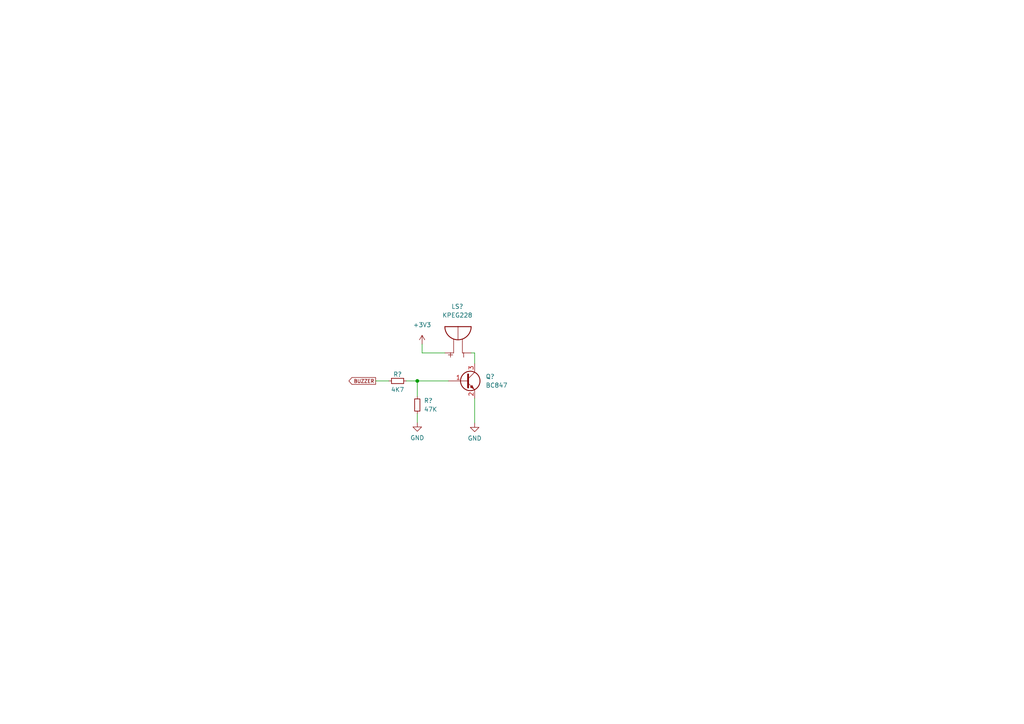
<source format=kicad_sch>
(kicad_sch (version 20211123) (generator eeschema)
  (paper "A4")
  (lib_symbols
    (symbol "Device:R_Small" (pin_numbers hide) (pin_names (offset 0.254) hide)
      (property "Reference" "R" (at 0.762 0.508 0))
      (property "Value" "R_Small" (at 0.762 -1.016 0))
      (symbol "R_Small_0_1"
        (rectangle (start -0.762 1.778) (end 0.762 -1.778) (stroke (width 0.2032)))
      )
      (symbol "R_Small_1_1"
        (pin passive line (at 0 2.54 270) (length 0.762) (name "~") (number "1"))
        (pin passive line (at 0 -2.54 90) (length 0.762) (name "~") (number "2"))
      )
    )
    (symbol "KPEG228:KPEG228" (pin_numbers hide) (pin_names (offset 1.016) hide)
      (property "Reference" "LS" (at -2.54 6.35 0))
      (property "Value" "KPEG228" (at -2.54 -5.08 0))
      (symbol "KPEG228_0_0"
        (polyline (pts (xy -2.54 0) (xy 1.397 0)) (stroke (width 0.1524)))
        (polyline (pts (xy -2.54 2.54) (xy 1.397 2.54)) (stroke (width 0.1524)))
        (polyline (pts (xy 1.27 1.27) (xy 5.08 1.27)) (stroke (width 0.1524)))
        (polyline (pts (xy 5.08 1.27) (xy 5.08 -2.54)) (stroke (width 0.254)))
        (polyline (pts (xy 5.08 5.08) (xy 5.08 1.27)) (stroke (width 0.254)))
        (arc (start 5.08 5.08) (mid 1.27 1.27) (end 5.08 -2.54) (stroke (width 0.254)))
        (text "+" (at -4.318 2.54 0) (effects (font (size 1.778 1.778)) (justify left bottom)))
        (text "-" (at -4.318 -1.27 0) (effects (font (size 1.778 1.778)) (justify left bottom)))
        (pin passive line (at -2.54 -2.54 90) (length 2.54) (name "~") (number "N"))
        (pin passive line (at -2.54 5.08 270) (length 2.54) (name "~") (number "P"))
      )
    )
    (symbol "Transistor_BJT:BC847" (pin_names (offset 0) hide)
      (property "Reference" "Q" (at 5.08 1.905 0))
      (property "Value" "BC847" (at 5.08 0 0))
      (symbol "BC847_0_1"
        (polyline (pts (xy 0.635 0.635) (xy 2.54 2.54)))
        (polyline (pts (xy 0.635 -0.635) (xy 2.54 -2.54) (xy 2.54 -2.54)))
        (polyline (pts (xy 0.635 1.905) (xy 0.635 -1.905) (xy 0.635 -1.905)) (stroke (width 0.508)))
        (polyline (pts (xy 1.27 -1.778) (xy 1.778 -1.27) (xy 2.286 -2.286) (xy 1.27 -1.778) (xy 1.27 -1.778)) (fill (type outline)))
        (circle (center 1.27 0) (radius 2.8194) (stroke (width 0.254)))
      )
      (symbol "BC847_1_1"
        (pin input line (at -5.08 0 0) (length 5.715) (name "B") (number "1"))
        (pin passive line (at 2.54 -5.08 90) (length 2.54) (name "E") (number "2"))
        (pin passive line (at 2.54 5.08 270) (length 2.54) (name "C") (number "3"))
      )
    )
    (symbol "power:+3V3" (power) (pin_names (offset 0))
      (property "Value" "+3V3" (at 0 3.556 0))
      (symbol "+3V3_0_1"
        (polyline (pts (xy -0.762 1.27) (xy 0 2.54)))
        (polyline (pts (xy 0 0) (xy 0 2.54)))
        (polyline (pts (xy 0 2.54) (xy 0.762 1.27)))
      )
      (symbol "+3V3_1_1"
        (pin power_in line (at 0 0 90) (length 0) hide (name "+3V3") (number "1"))
      )
    )
    (symbol "power:GND" (power) (pin_names (offset 0))
      (property "Value" "GND" (at 0 -3.81 0))
      (symbol "GND_0_1"
        (polyline (pts (xy 0 0) (xy 0 -1.27) (xy 1.27 -1.27) (xy 0 -2.54) (xy -1.27 -1.27) (xy 0 -1.27)))
      )
      (symbol "GND_1_1"
        (pin power_in line (at 0 0 270) (length 0) hide (name "GND") (number "1"))
      )
    )
  )
  (junction (at 121.031 110.49))
  (wire (pts (xy 137.668 102.362) (xy 136.652 102.362)))
  (wire (pts (xy 122.428 102.362) (xy 129.032 102.362)))
  (wire (pts (xy 117.856 110.49) (xy 121.031 110.49)))
  (wire (pts (xy 122.428 99.822) (xy 122.428 102.362)))
  (wire (pts (xy 130.048 110.49) (xy 121.031 110.49)))
  (wire (pts (xy 121.031 120.015) (xy 121.031 122.555)))
  (wire (pts (xy 137.668 105.41) (xy 137.668 102.362)))
  (wire (pts (xy 137.668 115.57) (xy 137.668 122.682)))
  (wire (pts (xy 108.966 110.49) (xy 112.776 110.49)))
  (wire (pts (xy 121.031 110.49) (xy 121.031 114.935)))
  (global_label "BUZZER" (shape output) (at 108.966 110.49 180) (effects (font (size 1 1))) (property "Intersheet References" "${INTERSHEET_REFS}" (effects hide)))
  (symbol (lib_id "power:+3V3") (at 122.428 99.822 0) (mirror y) (unit 1)
    (property "Reference" "#PWR?" (effects hide))
    (property "Value" "+3V3" (at 122.428 94.234 0))
  )
  (symbol (lib_id "KPEG228:KPEG228") (at 134.112 99.822 90) (unit 1)
    (property "Reference" "LS?" (at 132.6608 88.9 90))
    (property "Value" "KPEG228" (at 132.6608 91.44 90))
    (property "Footprint" "Buzzer:XDCR_KPEG228" (effects hide))
    (property "MANUFACTURER" "Kingstate" (effects hide))
    (property "PARTREV" "1.2" (effects hide))
    (property "STANDARD" "IPC-7351B" (effects hide))
    (property "MAXIMUM_PACKAGE_HEIGHT" "9 mm" (effects hide))
  )
  (symbol (lib_id "Device:R_Small") (at 115.316 110.49 90) (unit 1)
    (property "Reference" "R?" (at 115.316 108.585 90))
    (property "Value" "4K7" (at 115.316 113.03 90))
    (property "Footprint" "Resistor_SMD:R_0603_1608Metric" (effects hide))
  )
  (symbol (lib_id "Device:R_Small") (at 121.031 117.475 0) (unit 1)
    (property "Reference" "R?" (at 122.936 116.2049 0) (effects (justify left)))
    (property "Value" "47K" (at 122.936 118.7449 0) (effects (justify left)))
    (property "Footprint" "Resistor_SMD:R_0603_1608Metric" (effects hide))
  )
  (symbol (lib_id "power:GND") (at 121.031 122.555 0) (unit 1)
    (property "Reference" "#PWR?" (effects hide))
    (property "Value" "GND" (at 121.031 127 0))
  )
  (symbol (lib_id "Transistor_BJT:BC847") (at 135.128 110.49 0) (unit 1)
    (property "Reference" "Q?" (at 140.843 109.2199 0) (effects (justify left)))
    (property "Value" "BC847" (at 140.843 111.7599 0) (effects (justify left)))
    (property "Footprint" "Package_TO_SOT_SMD:SOT-23" (effects hide))
    (property "Datasheet" "http://www.infineon.com/dgdl/Infineon-BC847SERIES_BC848SERIES_BC849SERIES_BC850SERIES-DS-v01_01-en.pdf?fileId=db3a304314dca389011541d4630a1657" (effects hide))
  )
  (symbol (lib_id "power:GND") (at 137.668 122.682 0) (unit 1)
    (property "Reference" "#PWR?" (effects hide))
    (property "Value" "GND" (at 137.668 127.127 0))
  )
)
</source>
